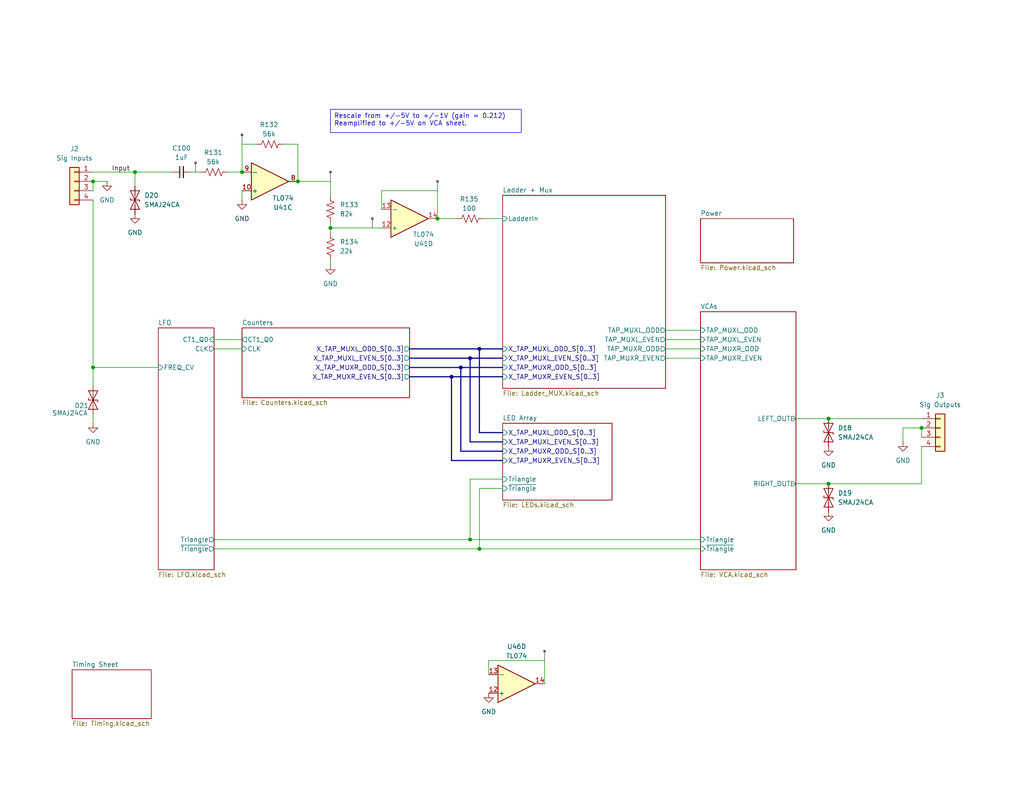
<source format=kicad_sch>
(kicad_sch (version 20250114) (generator "eeschema") (generator_version "9.0")
  (paper "USLetter")
  (title_block (title "Solid State Scanner Vibrato") (date "2024-10-27") (company "Osprey Instruments"))
  (lib_symbols
    (symbol "Amplifier_Operational:TL074" (pin_names (offset 0.127))
      (property "Reference" "U" (at 0 5.08 0))
      (property "Value" "TL074" (at 0 -5.08 0))
      (symbol "TL074_1_1"
        (polyline (pts (xy -5.08 5.08) (xy 5.08 0) (xy -5.08 -5.08) (xy -5.08 5.08)) (stroke (width 0.254)) (fill (type background)))
        (pin input line (at -7.62 2.54 0) (length 2.54) (name "+") (number "3"))
        (pin input line (at -7.62 -2.54 0) (length 2.54) (name "-") (number "2"))
        (pin output line (at 7.62 0 180) (length 2.54) (name "~") (number "1"))
      )
      (symbol "TL074_2_1"
        (polyline (pts (xy -5.08 5.08) (xy 5.08 0) (xy -5.08 -5.08) (xy -5.08 5.08)) (stroke (width 0.254)) (fill (type background)))
        (pin input line (at -7.62 2.54 0) (length 2.54) (name "+") (number "5"))
        (pin input line (at -7.62 -2.54 0) (length 2.54) (name "-") (number "6"))
        (pin output line (at 7.62 0 180) (length 2.54) (name "~") (number "7"))
      )
      (symbol "TL074_3_1"
        (polyline (pts (xy -5.08 5.08) (xy 5.08 0) (xy -5.08 -5.08) (xy -5.08 5.08)) (stroke (width 0.254)) (fill (type background)))
        (pin input line (at -7.62 2.54 0) (length 2.54) (name "+") (number "10"))
        (pin input line (at -7.62 -2.54 0) (length 2.54) (name "-") (number "9"))
        (pin output line (at 7.62 0 180) (length 2.54) (name "~") (number "8"))
      )
      (symbol "TL074_4_1"
        (polyline (pts (xy -5.08 5.08) (xy 5.08 0) (xy -5.08 -5.08) (xy -5.08 5.08)) (stroke (width 0.254)) (fill (type background)))
        (pin input line (at -7.62 2.54 0) (length 2.54) (name "+") (number "12"))
        (pin input line (at -7.62 -2.54 0) (length 2.54) (name "-") (number "13"))
        (pin output line (at 7.62 0 180) (length 2.54) (name "~") (number "14"))
      )
      (symbol "TL074_5_1"
        (pin power_in line (at -2.54 7.62 270) (length 3.81) (name "V+") (number "4"))
        (pin power_in line (at -2.54 -7.62 90) (length 3.81) (name "V-") (number "11"))
      )
    )
    (symbol "Connector_Generic:Conn_01x04" (pin_names (offset 1.016) (hide yes))
      (property "Reference" "J" (at 0 5.08 0))
      (property "Value" "Conn_01x04" (at 0 -7.62 0))
      (symbol "Conn_01x04_1_1"
        (rectangle (start -1.27 3.81) (end 1.27 -6.35) (stroke (width 0.254)) (fill (type background)))
        (rectangle (start -1.27 2.667) (end 0 2.413) (stroke (width 0.1524)))
        (rectangle (start -1.27 0.127) (end 0 -0.127) (stroke (width 0.1524)))
        (rectangle (start -1.27 -2.413) (end 0 -2.667) (stroke (width 0.1524)))
        (rectangle (start -1.27 -4.953) (end 0 -5.207) (stroke (width 0.1524)))
        (pin passive line (at -5.08 2.54 0) (length 3.81) (name "Pin_1") (number "1"))
        (pin passive line (at -5.08 0 0) (length 3.81) (name "Pin_2") (number "2"))
        (pin passive line (at -5.08 -2.54 0) (length 3.81) (name "Pin_3") (number "3"))
        (pin passive line (at -5.08 -5.08 0) (length 3.81) (name "Pin_4") (number "4"))
      )
    )
    (symbol "Device:C_Small" (pin_numbers (hide yes)) (pin_names (offset 0.254) (hide yes))
      (property "Reference" "C" (at 0.254 1.778 0))
      (property "Value" "C_Small" (at 0.254 -2.032 0))
      (symbol "C_Small_0_1"
        (polyline (pts (xy -1.524 0.508) (xy 1.524 0.508)) (stroke (width 0.3048)))
        (polyline (pts (xy -1.524 -0.508) (xy 1.524 -0.508)) (stroke (width 0.3302)))
      )
      (symbol "C_Small_1_1"
        (pin passive line (at 0 2.54 270) (length 2.032) (name "~") (number "1"))
        (pin passive line (at 0 -2.54 90) (length 2.032) (name "~") (number "2"))
      )
    )
    (symbol "Device:R_US" (pin_numbers (hide yes)) (pin_names (offset 0))
      (property "Reference" "R" (at 2.54 0 90))
      (property "Value" "R_US" (at -2.54 0 90))
      (symbol "R_US_0_1"
        (polyline (pts (xy 0 2.286) (xy 0 2.54)))
        (polyline (pts (xy 0 2.286) (xy 1.016 1.905) (xy 0 1.524) (xy -1.016 1.143) (xy 0 0.762)))
        (polyline (pts (xy 0 0.762) (xy 1.016 0.381) (xy 0 0) (xy -1.016 -0.381) (xy 0 -0.762)))
        (polyline (pts (xy 0 -0.762) (xy 1.016 -1.143) (xy 0 -1.524) (xy -1.016 -1.905) (xy 0 -2.286)))
        (polyline (pts (xy 0 -2.286) (xy 0 -2.54)))
      )
      (symbol "R_US_1_1"
        (pin passive line (at 0 3.81 270) (length 1.27) (name "~") (number "1"))
        (pin passive line (at 0 -3.81 90) (length 1.27) (name "~") (number "2"))
      )
    )
    (symbol "Diode:SMAJ24CA" (pin_numbers (hide yes)) (pin_names (offset 1.016) (hide yes))
      (property "Reference" "D" (at 0 2.54 0))
      (property "Value" "SMAJ24CA" (at 0 -2.54 0))
      (symbol "SMAJ24CA_0_1"
        (polyline (pts (xy -2.54 -1.27) (xy 0 0) (xy -2.54 1.27) (xy -2.54 -1.27)) (stroke (width 0.2032)))
        (polyline (pts (xy 0.508 1.27) (xy 0 1.27) (xy 0 -1.27) (xy -0.508 -1.27)) (stroke (width 0.2032)))
        (polyline (pts (xy 1.27 0) (xy -1.27 0)))
        (polyline (pts (xy 2.54 1.27) (xy 2.54 -1.27) (xy 0 0) (xy 2.54 1.27)) (stroke (width 0.2032)))
      )
      (symbol "SMAJ24CA_1_1"
        (pin passive line (at -3.81 0 0) (length 2.54) (name "A1") (number "1"))
        (pin passive line (at 3.81 0 180) (length 2.54) (name "A2") (number "2"))
      )
    )
    (symbol "power:GND" (power) (pin_numbers (hide yes)) (pin_names (offset 0) (hide yes))
      (property "Value" "GND" (at 0 -3.81 0))
      (symbol "GND_0_1"
        (polyline (pts (xy 0 0) (xy 0 -1.27) (xy 1.27 -1.27) (xy 0 -2.54) (xy -1.27 -1.27) (xy 0 -1.27)))
      )
      (symbol "GND_1_1"
        (pin power_in line (at 0 0 270) (length 0) (name "~") (number "1"))
      )
    )
  )
  (text_box "Rescale from +/-5V to +/-1V (gain = 0.212)\nReamplified to +/-5V on VCA sheet." (at 90.17 29.845 0) (size 52.07 6.35) (margins 0.9525 0.9525 0.9525 0.9525) (effects (font (size 1.27 1.27)) (justify left top)))
  (junction (at 251.46 116.84))
  (junction (at 119.38 59.69))
  (junction (at 36.83 46.99))
  (junction (at 130.81 149.86))
  (junction (at 25.4 49.53))
  (junction (at 66.04 46.99))
  (junction (at 90.17 62.23))
  (junction (at 123.19 102.87))
  (junction (at 81.28 49.53))
  (junction (at 130.81 95.25))
  (junction (at 226.06 132.08))
  (junction (at 128.27 147.32))
  (junction (at 125.73 100.33))
  (junction (at 25.4 100.33))
  (junction (at 128.27 97.79))
  (junction (at 226.06 114.3))
  (wire (pts (xy 181.61 92.71) (xy 191.135 92.71)))
  (wire (pts (xy 90.17 49.53) (xy 90.17 53.34)))
  (wire (pts (xy 181.61 97.79) (xy 191.135 97.79)))
  (wire (pts (xy 133.35 180.34) (xy 148.59 180.34)))
  (wire (pts (xy 119.38 59.69) (xy 124.46 59.69)))
  (wire (pts (xy 25.4 100.33) (xy 43.18 100.33)))
  (wire (pts (xy 226.06 114.3) (xy 251.46 114.3)))
  (bus (pts (xy 123.19 125.73) (xy 123.19 102.87)))
  (wire (pts (xy 58.42 149.86) (xy 130.81 149.86)))
  (wire (pts (xy 77.47 39.37) (xy 81.28 39.37)))
  (bus (pts (xy 111.76 102.87) (xy 123.19 102.87)))
  (bus (pts (xy 125.73 123.19) (xy 125.73 100.33)))
  (wire (pts (xy 119.38 52.07) (xy 119.38 59.69)))
  (bus (pts (xy 128.27 120.65) (xy 137.16 120.65)))
  (wire (pts (xy 128.27 130.81) (xy 128.27 147.32)))
  (wire (pts (xy 251.46 121.92) (xy 251.46 132.08)))
  (wire (pts (xy 58.42 95.25) (xy 66.04 95.25)))
  (wire (pts (xy 90.17 71.12) (xy 90.17 72.39)))
  (wire (pts (xy 104.14 52.07) (xy 119.38 52.07)))
  (wire (pts (xy 215.9 114.3) (xy 226.06 114.3)))
  (wire (pts (xy 66.04 52.07) (xy 66.04 54.61)))
  (wire (pts (xy 81.28 49.53) (xy 90.17 49.53)))
  (wire (pts (xy 246.38 116.84) (xy 246.38 120.65)))
  (wire (pts (xy 128.27 147.32) (xy 191.135 147.32)))
  (wire (pts (xy 226.06 132.08) (xy 251.46 132.08)))
  (bus (pts (xy 130.81 95.25) (xy 137.16 95.25)))
  (bus (pts (xy 111.76 100.33) (xy 125.73 100.33)))
  (wire (pts (xy 25.4 49.53) (xy 25.4 52.07)))
  (wire (pts (xy 66.04 39.37) (xy 66.04 46.99)))
  (bus (pts (xy 123.19 102.87) (xy 137.16 102.87)))
  (wire (pts (xy 36.83 46.99) (xy 46.99 46.99)))
  (wire (pts (xy 130.81 149.86) (xy 191.135 149.86)))
  (wire (pts (xy 137.16 133.35) (xy 130.81 133.35)))
  (wire (pts (xy 148.59 180.34) (xy 148.59 186.69)))
  (wire (pts (xy 215.9 132.08) (xy 226.06 132.08)))
  (bus (pts (xy 111.76 97.79) (xy 128.27 97.79)))
  (wire (pts (xy 130.81 133.35) (xy 130.81 149.86)))
  (bus (pts (xy 130.81 95.25) (xy 130.81 118.11)))
  (wire (pts (xy 133.35 184.15) (xy 133.35 180.34)))
  (wire (pts (xy 132.08 59.69) (xy 137.16 59.69)))
  (wire (pts (xy 90.17 62.23) (xy 104.14 62.23)))
  (wire (pts (xy 81.28 39.37) (xy 81.28 49.53)))
  (wire (pts (xy 90.17 60.96) (xy 90.17 62.23)))
  (bus (pts (xy 128.27 97.79) (xy 137.16 97.79)))
  (wire (pts (xy 251.46 116.84) (xy 251.46 119.38)))
  (wire (pts (xy 36.83 46.99) (xy 36.83 50.8)))
  (wire (pts (xy 58.42 147.32) (xy 128.27 147.32)))
  (bus (pts (xy 137.16 123.19) (xy 125.73 123.19)))
  (wire (pts (xy 181.61 95.25) (xy 191.135 95.25)))
  (bus (pts (xy 111.76 95.25) (xy 130.81 95.25)))
  (wire (pts (xy 58.42 92.71) (xy 66.04 92.71)))
  (wire (pts (xy 62.23 46.99) (xy 66.04 46.99)))
  (bus (pts (xy 137.16 125.73) (xy 123.19 125.73)))
  (wire (pts (xy 69.85 39.37) (xy 66.04 39.37)))
  (bus (pts (xy 125.73 100.33) (xy 137.16 100.33)))
  (wire (pts (xy 137.16 130.81) (xy 128.27 130.81)))
  (wire (pts (xy 25.4 49.53) (xy 29.21 49.53)))
  (bus (pts (xy 130.81 118.11) (xy 137.16 118.11)))
  (wire (pts (xy 104.14 57.15) (xy 104.14 52.07)))
  (wire (pts (xy 90.17 62.23) (xy 90.17 63.5)))
  (wire (pts (xy 25.4 46.99) (xy 36.83 46.99)))
  (bus (pts (xy 128.27 120.65) (xy 128.27 97.79)))
  (wire (pts (xy 52.07 46.99) (xy 54.61 46.99)))
  (wire (pts (xy 25.4 100.33) (xy 25.4 105.41)))
  (wire (pts (xy 251.46 116.84) (xy 246.38 116.84)))
  (wire (pts (xy 181.61 90.17) (xy 191.135 90.17)))
  (wire (pts (xy 25.4 54.61) (xy 25.4 100.33)))
  (wire (pts (xy 25.4 115.57) (xy 25.4 113.03)))
  (label "Input" (at 30.48 46.99 0))
  (netclass_flag "" (length 2.54) (shape dot) (at 53.34 46.99 0) (property "Netclass" "SIG" (effects (hide yes))))
  (netclass_flag "" (length 2.54) (shape dot) (at 66.04 39.37 0) (property "Netclass" "SIG" (effects (hide yes))))
  (netclass_flag "" (length 2.54) (shape dot) (at 148.59 180.34 0) (property "Netclass" "SIG" (effects (hide yes))))
  (netclass_flag "" (length 2.54) (shape dot) (at 90.17 49.53 0) (property "Netclass" "SIG" (effects (hide yes))))
  (netclass_flag "" (length 2.54) (shape dot) (at 101.6 62.23 0) (property "Netclass" "SIG" (effects (hide yes))))
  (netclass_flag "" (length 2.54) (shape dot) (at 119.38 52.07 0) (property "Netclass" "SIG" (effects (hide yes))))
  (symbol (lib_id "Diode:SMAJ24CA") (at 226.06 135.89 90) (unit 1)
    (property "Reference" "D19" (at 228.6 134.6199 90) (effects (justify right)))
    (property "Value" "SMAJ24CA" (at 228.6 137.1599 90) (effects (justify right)))
    (property "Footprint" "Diode_SMD:D_SMA" (effects (hide yes)))
    (property "Datasheet" "https://www.littelfuse.com/media?resourcetype=datasheets&itemid=75e32973-b177-4ee3-a0ff-cedaf1abdb93&filename=smaj-datasheet" (effects (hide yes)))
    (property "Description" "400W bidirectional Transient Voltage Suppressor, 24.0Vr, SMA(DO-214AC)" (effects (hide yes)))
  )
  (symbol (lib_id "Connector_Generic:Conn_01x04") (at 256.54 116.84 0) (unit 1)
    (property "Reference" "J3" (at 256.54 107.95 0))
    (property "Value" "Sig Outputs" (at 256.54 110.49 0))
    (property "Footprint" "Osprey:IO_Jack_Header" (effects (hide yes)))
    (property "Description" "Input Daughter Board" (effects (hide yes)))
  )
  (symbol (lib_id "Connector_Generic:Conn_01x04") (at 20.32 49.53 0) (mirror y) (unit 1)
    (property "Reference" "J2" (at 20.32 40.64 0))
    (property "Value" "Sig Inputs" (at 20.32 43.18 0))
    (property "Footprint" "Osprey:IO_Jack_Header" (effects (hide yes)))
    (property "Description" "Input Daughter Board" (effects (hide yes)))
  )
  (symbol (lib_id "Diode:SMAJ24CA") (at 226.06 118.11 90) (unit 1)
    (property "Reference" "D18" (at 228.6 116.8399 90) (effects (justify right)))
    (property "Value" "SMAJ24CA" (at 228.6 119.3799 90) (effects (justify right)))
    (property "Footprint" "Diode_SMD:D_SMA" (effects (hide yes)))
    (property "Datasheet" "https://www.littelfuse.com/media?resourcetype=datasheets&itemid=75e32973-b177-4ee3-a0ff-cedaf1abdb93&filename=smaj-datasheet" (effects (hide yes)))
    (property "Description" "400W bidirectional Transient Voltage Suppressor, 24.0Vr, SMA(DO-214AC)" (effects (hide yes)))
  )
  (symbol (lib_id "power:GND") (at 133.35 189.23 0) (unit 1)
    (property "Reference" "#PWR0208" (effects (hide yes)))
    (property "Value" "GND" (at 133.35 194.31 0))
    (property "Description" "Power symbol creates a global label with name \"GND\" , ground" (effects (hide yes)))
  )
  (symbol (lib_id "power:GND") (at 246.38 120.65 0) (mirror y) (unit 1)
    (property "Reference" "#PWR0202" (effects (hide yes)))
    (property "Value" "GND" (at 246.38 125.73 0))
    (property "Description" "Power symbol creates a global label with name \"GND\" , ground" (effects (hide yes)))
  )
  (symbol (lib_id "Amplifier_Operational:TL074") (at 111.76 59.69 0) (mirror x) (unit 4)
    (property "Reference" "U41" (at 115.57 66.548 0))
    (property "Value" "TL074" (at 115.57 64.008 0))
    (property "Footprint" "Package_SO:TSSOP-14_4.4x5mm_P0.65mm" (effects (hide yes)))
    (property "Datasheet" "https://www.ti.com/lit/ds/symlink/tl071h.pdf" (effects (hide yes)))
    (property "Description" "Quad Low-Noise JFET-Input Operational Amplifiers, DIP-14/SOIC-14" (effects (hide yes)))
    (property "Manufacturer" "Texas Instruments" (effects (hide yes)))
    (property "Part Number" "TL074HIPWR" (effects (hide yes)))
  )
  (symbol (lib_id "Device:R_US") (at 73.66 39.37 90) (unit 1)
    (property "Reference" "R132" (at 73.406 34.036 90))
    (property "Value" "56k" (at 73.406 36.576 90))
    (property "Footprint" "Resistor_SMD:R_0603_1608Metric" (effects (hide yes)))
    (property "Description" "Resistor, US symbol" (effects (hide yes)))
  )
  (symbol (lib_id "power:GND") (at 25.4 115.57 0) (unit 1)
    (property "Reference" "#PWR0207" (effects (hide yes)))
    (property "Value" "GND" (at 25.4 120.65 0))
    (property "Description" "Power symbol creates a global label with name \"GND\" , ground" (effects (hide yes)))
  )
  (symbol (lib_id "Device:C_Small") (at 49.53 46.99 90) (unit 1)
    (property "Reference" "C100" (at 49.5363 40.442 90))
    (property "Value" "1uF" (at 49.5363 42.982 90))
    (property "Footprint" "Capacitor_SMD:C_0805_2012Metric" (effects (hide yes)))
    (property "Description" "Unpolarized capacitor, small symbol" (effects (hide yes)))
  )
  (symbol (lib_id "Amplifier_Operational:TL074") (at 73.66 49.53 0) (mirror x) (unit 3)
    (property "Reference" "U41" (at 77.216 56.642 0))
    (property "Value" "TL074" (at 77.216 54.102 0))
    (property "Footprint" "Package_SO:TSSOP-14_4.4x5mm_P0.65mm" (effects (hide yes)))
    (property "Datasheet" "https://www.ti.com/lit/ds/symlink/tl071h.pdf" (effects (hide yes)))
    (property "Description" "Quad Low-Noise JFET-Input Operational Amplifiers, DIP-14/SOIC-14" (effects (hide yes)))
    (property "Manufacturer" "Texas Instruments" (effects (hide yes)))
    (property "Part Number" "TL074HIPWR" (effects (hide yes)))
  )
  (symbol (lib_id "Device:R_US") (at 90.17 57.15 180) (unit 1)
    (property "Reference" "R133" (at 92.71 55.8799 0) (effects (justify right)))
    (property "Value" "82k" (at 92.71 58.4199 0) (effects (justify right)))
    (property "Footprint" "Resistor_SMD:R_0603_1608Metric" (effects (hide yes)))
    (property "Description" "Resistor, US symbol" (effects (hide yes)))
  )
  (symbol (lib_id "power:GND") (at 226.06 121.92 0) (unit 1)
    (property "Reference" "#PWR0204" (effects (hide yes)))
    (property "Value" "GND" (at 226.06 127 0))
    (property "Description" "Power symbol creates a global label with name \"GND\" , ground" (effects (hide yes)))
  )
  (symbol (lib_id "power:GND") (at 226.06 139.7 0) (unit 1)
    (property "Reference" "#PWR0205" (effects (hide yes)))
    (property "Value" "GND" (at 226.06 144.78 0))
    (property "Description" "Power symbol creates a global label with name \"GND\" , ground" (effects (hide yes)))
  )
  (symbol (lib_id "Device:R_US") (at 90.17 67.31 180) (unit 1)
    (property "Reference" "R134" (at 92.71 66.0399 0) (effects (justify right)))
    (property "Value" "22k" (at 92.71 68.5799 0) (effects (justify right)))
    (property "Footprint" "Resistor_SMD:R_0603_1608Metric" (effects (hide yes)))
    (property "Description" "Resistor, US symbol" (effects (hide yes)))
  )
  (symbol (lib_id "power:GND") (at 36.83 58.42 0) (unit 1)
    (property "Reference" "#PWR0206" (effects (hide yes)))
    (property "Value" "GND" (at 36.83 63.5 0))
    (property "Description" "Power symbol creates a global label with name \"GND\" , ground" (effects (hide yes)))
  )
  (symbol (lib_id "power:GND") (at 90.17 72.39 0) (unit 1)
    (property "Reference" "#PWR0200" (effects (hide yes)))
    (property "Value" "GND" (at 90.17 77.47 0))
    (property "Description" "Power symbol creates a global label with name \"GND\" , ground" (effects (hide yes)))
  )
  (symbol (lib_id "Diode:SMAJ24CA") (at 36.83 54.61 90) (unit 1)
    (property "Reference" "D20" (at 39.37 53.3399 90) (effects (justify right)))
    (property "Value" "SMAJ24CA" (at 39.37 55.8799 90) (effects (justify right)))
    (property "Footprint" "Diode_SMD:D_SMA" (effects (hide yes)))
    (property "Datasheet" "https://www.littelfuse.com/media?resourcetype=datasheets&itemid=75e32973-b177-4ee3-a0ff-cedaf1abdb93&filename=smaj-datasheet" (effects (hide yes)))
    (property "Description" "400W bidirectional Transient Voltage Suppressor, 24.0Vr, SMA(DO-214AC)" (effects (hide yes)))
  )
  (symbol (lib_id "Device:R_US") (at 128.27 59.69 90) (unit 1)
    (property "Reference" "R135" (at 128.016 54.356 90))
    (property "Value" "100" (at 128.016 56.896 90))
    (property "Footprint" "Resistor_SMD:R_0603_1608Metric" (effects (hide yes)))
    (property "Description" "Resistor, US symbol" (effects (hide yes)))
  )
  (symbol (lib_id "Diode:SMAJ24CA") (at 25.4 109.22 90) (unit 1)
    (property "Reference" "D21" (at 20.32 110.744 90) (effects (justify right)))
    (property "Value" "SMAJ24CA" (at 14.224 112.776 90) (effects (justify right)))
    (property "Footprint" "Diode_SMD:D_SMA" (effects (hide yes)))
    (property "Datasheet" "https://www.littelfuse.com/media?resourcetype=datasheets&itemid=75e32973-b177-4ee3-a0ff-cedaf1abdb93&filename=smaj-datasheet" (effects (hide yes)))
    (property "Description" "400W bidirectional Transient Voltage Suppressor, 24.0Vr, SMA(DO-214AC)" (effects (hide yes)))
  )
  (symbol (lib_id "power:GND") (at 66.04 54.61 0) (unit 1)
    (property "Reference" "#PWR0198" (effects (hide yes)))
    (property "Value" "GND" (at 66.04 59.69 0))
    (property "Description" "Power symbol creates a global label with name \"GND\" , ground" (effects (hide yes)))
  )
  (symbol (lib_id "power:GND") (at 29.21 49.53 0) (unit 1)
    (property "Reference" "#PWR0199" (effects (hide yes)))
    (property "Value" "GND" (at 29.21 54.61 0))
    (property "Description" "Power symbol creates a global label with name \"GND\" , ground" (effects (hide yes)))
  )
  (symbol (lib_id "Device:R_US") (at 58.42 46.99 90) (unit 1)
    (property "Reference" "R131" (at 58.166 41.656 90))
    (property "Value" "56k" (at 58.166 44.196 90))
    (property "Footprint" "Resistor_SMD:R_0603_1608Metric" (effects (hide yes)))
    (property "Description" "Resistor, US symbol" (effects (hide yes)))
  )
  (symbol (lib_id "Amplifier_Operational:TL074") (at 140.97 186.69 0) (mirror x) (unit 4)
    (property "Reference" "U46" (at 140.97 176.53 0))
    (property "Value" "TL074" (at 140.97 179.07 0))
    (property "Footprint" "Package_SO:TSSOP-14_4.4x5mm_P0.65mm" (effects (hide yes)))
    (property "Datasheet" "https://www.ti.com/lit/ds/symlink/tl071h.pdf" (effects (hide yes)))
    (property "Description" "Quad Low-Noise JFET-Input Operational Amplifiers, DIP-14/SOIC-14" (effects (hide yes)))
    (property "Manufacturer" "Texas Instruments" (effects (hide yes)))
    (property "Part Number" "TL074HIPWR" (effects (hide yes)))
  )
  (sheet (at 43.18 89.535) (size 15.24 66.04) (stroke (width 0.1524))
    (property "Sheetname" "LFO" (at 43.18 88.8234 0) (effects (justify left bottom)))
    (property "Sheetfile" "LFO.kicad_sch" (at 43.18 156.1596 0) (effects (justify left top)))
    (pin "~{Triangle}" output (at 58.42 149.86 0))
    (pin "Triangle" output (at 58.42 147.32 0))
    (pin "CT1_Q0" input (at 58.42 92.71 0))
    (pin "CLK" output (at 58.42 95.25 0))
    (pin "FREQ_CV" input (at 43.18 100.33 180))
  )
  (sheet (at 66.04 89.535) (size 45.72 19.05) (stroke (width 0.1524))
    (property "Sheetname" "Counters" (at 66.04 88.8234 0) (effects (justify left bottom)))
    (property "Sheetfile" "Counters.kicad_sch" (at 66.04 109.1696 0) (effects (justify left top)))
    (pin "CLK" input (at 66.04 95.25 180))
    (pin "X_TAP_MUXR_ODD_S[0..3]" output (at 111.76 100.33 0))
    (pin "X_TAP_MUXR_EVEN_S[0..3]" output (at 111.76 102.87 0))
    (pin "X_TAP_MUXL_EVEN_S[0..3]" output (at 111.76 97.79 0))
    (pin "X_TAP_MUXL_ODD_S[0..3]" output (at 111.76 95.25 0))
    (pin "CT1_Q0" output (at 66.04 92.71 180))
  )
  (sheet (at 19.685 182.88) (size 21.59 13.335) (stroke (width 0.1524))
    (property "Sheetname" "Timing Sheet" (at 19.685 182.1684 0) (effects (justify left bottom)))
    (property "Sheetfile" "Timing.kicad_sch" (at 19.685 196.7996 0) (effects (justify left top)))
  )
  (sheet (at 191.135 59.69) (size 25.4 12.065) (stroke (width 0.1524))
    (property "Sheetname" "Power" (at 191.135 58.9784 0) (effects (justify left bottom)))
    (property "Sheetfile" "Power.kicad_sch" (at 191.135 72.3396 0) (effects (justify left top)))
  )
  (sheet (at 137.16 53.34) (size 44.45 52.705) (stroke (width 0.1524))
    (property "Sheetname" "Ladder + Mux" (at 137.16 52.6284 0) (effects (justify left bottom)))
    (property "Sheetfile" "Ladder_MUX.kicad_sch" (at 137.16 106.6296 0) (effects (justify left top)))
    (pin "LadderIn" input (at 137.16 59.69 180))
    (pin "TAP_MUXL_ODD" output (at 181.61 90.17 0))
    (pin "TAP_MUXL_EVEN" output (at 181.61 92.71 0))
    (pin "TAP_MUXR_EVEN" output (at 181.61 97.79 0))
    (pin "TAP_MUXR_ODD" output (at 181.61 95.25 0))
    (pin "X_TAP_MUXR_EVEN_S[0..3]" input (at 137.16 102.87 180))
    (pin "X_TAP_MUXL_ODD_S[0..3]" input (at 137.16 95.25 180))
    (pin "X_TAP_MUXL_EVEN_S[0..3]" input (at 137.16 97.79 180))
    (pin "X_TAP_MUXR_ODD_S[0..3]" input (at 137.16 100.33 180))
  )
  (sheet (at 191.135 85.09) (size 26.035 70.485) (stroke (width 0.1524))
    (property "Sheetname" "VCAs" (at 191.135 84.3784 0) (effects (justify left bottom)))
    (property "Sheetfile" "VCA.kicad_sch" (at 191.135 156.1596 0) (effects (justify left top)))
    (pin "RIGHT_OUT" output (at 217.17 132.08 0))
    (pin "TAP_MUXR_EVEN" input (at 191.135 97.79 180))
    (pin "Triangle" input (at 191.135 147.32 180))
    (pin "LEFT_OUT" output (at 217.17 114.3 0))
    (pin "~{Triangle}" input (at 191.135 149.86 180))
    (pin "TAP_MUXR_ODD" input (at 191.135 95.25 180))
    (pin "TAP_MUXL_EVEN" input (at 191.135 92.71 180))
    (pin "TAP_MUXL_ODD" input (at 191.135 90.17 180))
  )
  (sheet (at 137.16 115.57) (size 29.845 20.955) (stroke (width 0.1524))
    (property "Sheetname" "LED Array" (at 137.16 114.8584 0) (effects (justify left bottom)))
    (property "Sheetfile" "LEDs.kicad_sch" (at 137.16 137.1096 0) (effects (justify left top)))
    (pin "Triangle" input (at 137.16 130.81 180))
    (pin "~{Triangle}" input (at 137.16 133.35 180))
    (pin "X_TAP_MUXL_EVEN_S[0..3]" input (at 137.16 120.65 180))
    (pin "X_TAP_MUXL_ODD_S[0..3]" input (at 137.16 118.11 180))
    (pin "X_TAP_MUXR_ODD_S[0..3]" input (at 137.16 123.19 180))
    (pin "X_TAP_MUXR_EVEN_S[0..3]" input (at 137.16 125.73 180))
  )
)
</source>
